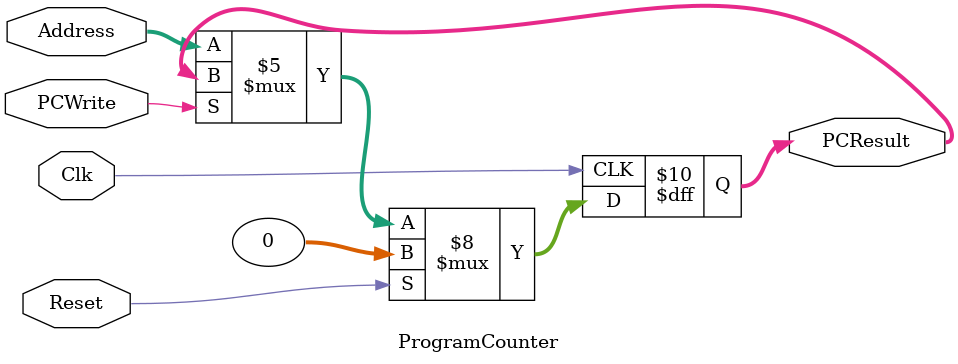
<source format=v>
`timescale 1ns / 1ps


module ProgramCounter(Address, PCResult, Reset, Clk, PCWrite);

	input [31:0] Address;
	input Reset, Clk, PCWrite;

	output reg [31:0] PCResult;

    /* Please fill in the implementation here... */

	always @ (posedge Clk)
		begin
			if(Reset == 1)
				PCResult <= 32'h00000000;
			else if(PCWrite == 1)begin
				PCResult <= PCResult;
			end
			else
				PCResult <= Address;
		end
		
endmodule


</source>
